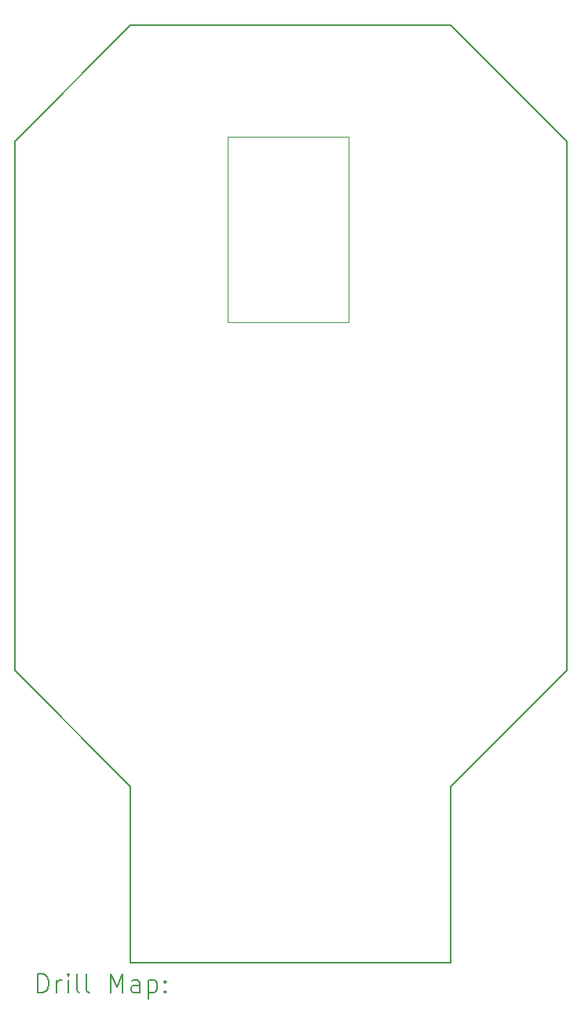
<source format=gbr>
%TF.GenerationSoftware,KiCad,Pcbnew,7.0.7*%
%TF.CreationDate,2023-11-26T12:30:26-07:00*%
%TF.ProjectId,mouse,6d6f7573-652e-46b6-9963-61645f706362,rev?*%
%TF.SameCoordinates,Original*%
%TF.FileFunction,Drillmap*%
%TF.FilePolarity,Positive*%
%FSLAX45Y45*%
G04 Gerber Fmt 4.5, Leading zero omitted, Abs format (unit mm)*
G04 Created by KiCad (PCBNEW 7.0.7) date 2023-11-26 12:30:26*
%MOMM*%
%LPD*%
G01*
G04 APERTURE LIST*
%ADD10C,0.200000*%
%ADD11C,0.100000*%
G04 APERTURE END LIST*
D10*
X25120000Y-4595000D02*
X25120000Y-10295000D01*
X23870000Y-11545000D01*
X23870000Y-13445000D01*
X20420000Y-13445000D01*
X20420000Y-11545000D01*
X19170000Y-10295000D01*
X19170000Y-4595000D01*
X20420000Y-3345000D01*
X23870000Y-3345000D01*
X25120000Y-4595000D01*
D11*
X21470000Y-4545000D02*
X22770000Y-4545000D01*
X22770000Y-6545000D01*
X21470000Y-6545000D01*
X21470000Y-4545000D01*
D10*
X19420777Y-13766484D02*
X19420777Y-13566484D01*
X19420777Y-13566484D02*
X19468396Y-13566484D01*
X19468396Y-13566484D02*
X19496967Y-13576008D01*
X19496967Y-13576008D02*
X19516015Y-13595055D01*
X19516015Y-13595055D02*
X19525539Y-13614103D01*
X19525539Y-13614103D02*
X19535063Y-13652198D01*
X19535063Y-13652198D02*
X19535063Y-13680769D01*
X19535063Y-13680769D02*
X19525539Y-13718865D01*
X19525539Y-13718865D02*
X19516015Y-13737912D01*
X19516015Y-13737912D02*
X19496967Y-13756960D01*
X19496967Y-13756960D02*
X19468396Y-13766484D01*
X19468396Y-13766484D02*
X19420777Y-13766484D01*
X19620777Y-13766484D02*
X19620777Y-13633150D01*
X19620777Y-13671246D02*
X19630301Y-13652198D01*
X19630301Y-13652198D02*
X19639824Y-13642674D01*
X19639824Y-13642674D02*
X19658872Y-13633150D01*
X19658872Y-13633150D02*
X19677920Y-13633150D01*
X19744586Y-13766484D02*
X19744586Y-13633150D01*
X19744586Y-13566484D02*
X19735063Y-13576008D01*
X19735063Y-13576008D02*
X19744586Y-13585531D01*
X19744586Y-13585531D02*
X19754110Y-13576008D01*
X19754110Y-13576008D02*
X19744586Y-13566484D01*
X19744586Y-13566484D02*
X19744586Y-13585531D01*
X19868396Y-13766484D02*
X19849348Y-13756960D01*
X19849348Y-13756960D02*
X19839824Y-13737912D01*
X19839824Y-13737912D02*
X19839824Y-13566484D01*
X19973158Y-13766484D02*
X19954110Y-13756960D01*
X19954110Y-13756960D02*
X19944586Y-13737912D01*
X19944586Y-13737912D02*
X19944586Y-13566484D01*
X20201729Y-13766484D02*
X20201729Y-13566484D01*
X20201729Y-13566484D02*
X20268396Y-13709341D01*
X20268396Y-13709341D02*
X20335063Y-13566484D01*
X20335063Y-13566484D02*
X20335063Y-13766484D01*
X20516015Y-13766484D02*
X20516015Y-13661722D01*
X20516015Y-13661722D02*
X20506491Y-13642674D01*
X20506491Y-13642674D02*
X20487444Y-13633150D01*
X20487444Y-13633150D02*
X20449348Y-13633150D01*
X20449348Y-13633150D02*
X20430301Y-13642674D01*
X20516015Y-13756960D02*
X20496967Y-13766484D01*
X20496967Y-13766484D02*
X20449348Y-13766484D01*
X20449348Y-13766484D02*
X20430301Y-13756960D01*
X20430301Y-13756960D02*
X20420777Y-13737912D01*
X20420777Y-13737912D02*
X20420777Y-13718865D01*
X20420777Y-13718865D02*
X20430301Y-13699817D01*
X20430301Y-13699817D02*
X20449348Y-13690293D01*
X20449348Y-13690293D02*
X20496967Y-13690293D01*
X20496967Y-13690293D02*
X20516015Y-13680769D01*
X20611253Y-13633150D02*
X20611253Y-13833150D01*
X20611253Y-13642674D02*
X20630301Y-13633150D01*
X20630301Y-13633150D02*
X20668396Y-13633150D01*
X20668396Y-13633150D02*
X20687444Y-13642674D01*
X20687444Y-13642674D02*
X20696967Y-13652198D01*
X20696967Y-13652198D02*
X20706491Y-13671246D01*
X20706491Y-13671246D02*
X20706491Y-13728388D01*
X20706491Y-13728388D02*
X20696967Y-13747436D01*
X20696967Y-13747436D02*
X20687444Y-13756960D01*
X20687444Y-13756960D02*
X20668396Y-13766484D01*
X20668396Y-13766484D02*
X20630301Y-13766484D01*
X20630301Y-13766484D02*
X20611253Y-13756960D01*
X20792205Y-13747436D02*
X20801729Y-13756960D01*
X20801729Y-13756960D02*
X20792205Y-13766484D01*
X20792205Y-13766484D02*
X20782682Y-13756960D01*
X20782682Y-13756960D02*
X20792205Y-13747436D01*
X20792205Y-13747436D02*
X20792205Y-13766484D01*
X20792205Y-13642674D02*
X20801729Y-13652198D01*
X20801729Y-13652198D02*
X20792205Y-13661722D01*
X20792205Y-13661722D02*
X20782682Y-13652198D01*
X20782682Y-13652198D02*
X20792205Y-13642674D01*
X20792205Y-13642674D02*
X20792205Y-13661722D01*
M02*

</source>
